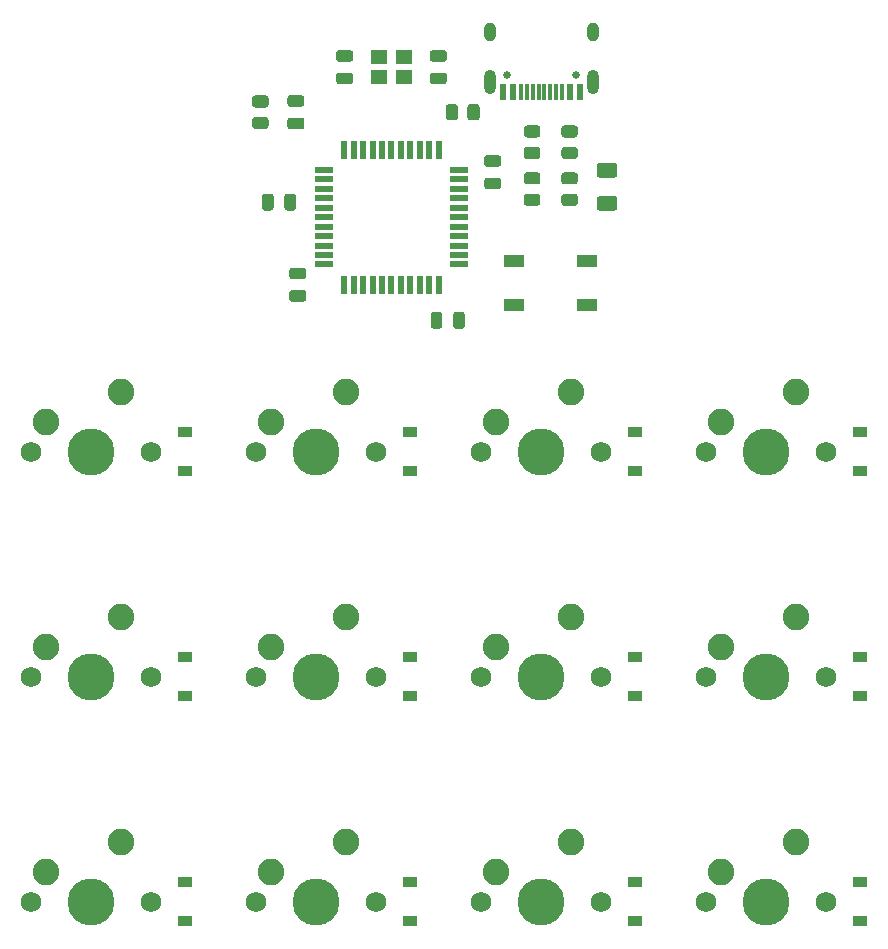
<source format=gbs>
%TF.GenerationSoftware,KiCad,Pcbnew,(5.1.10)-1*%
%TF.CreationDate,2021-11-01T22:25:46+02:00*%
%TF.ProjectId,V1,56312e6b-6963-4616-945f-706362585858,rev?*%
%TF.SameCoordinates,Original*%
%TF.FileFunction,Soldermask,Bot*%
%TF.FilePolarity,Negative*%
%FSLAX46Y46*%
G04 Gerber Fmt 4.6, Leading zero omitted, Abs format (unit mm)*
G04 Created by KiCad (PCBNEW (5.1.10)-1) date 2021-11-01 22:25:46*
%MOMM*%
%LPD*%
G01*
G04 APERTURE LIST*
%ADD10R,1.400000X1.200000*%
%ADD11R,0.600000X1.450000*%
%ADD12R,0.300000X1.450000*%
%ADD13C,0.650000*%
%ADD14O,1.000000X2.100000*%
%ADD15O,1.000000X1.600000*%
%ADD16R,0.550000X1.500000*%
%ADD17R,1.500000X0.550000*%
%ADD18R,1.800000X1.100000*%
%ADD19C,2.250000*%
%ADD20C,3.987800*%
%ADD21C,1.750000*%
%ADD22R,1.200000X0.900000*%
G04 APERTURE END LIST*
D10*
%TO.C,Y1*%
X91587500Y-62650000D03*
X89387500Y-62650000D03*
X89387500Y-64350000D03*
X91587500Y-64350000D03*
%TD*%
D11*
%TO.C,USB1*%
X106412500Y-65638750D03*
X99962500Y-65638750D03*
X105637500Y-65638750D03*
X100737500Y-65638750D03*
D12*
X101437500Y-65638750D03*
X104937500Y-65638750D03*
X101937500Y-65638750D03*
X104437500Y-65638750D03*
X102437500Y-65638750D03*
X103937500Y-65638750D03*
X103437500Y-65638750D03*
X102937500Y-65638750D03*
D13*
X106077500Y-64193750D03*
X100297500Y-64193750D03*
D14*
X98867500Y-64723750D03*
X107507500Y-64723750D03*
D15*
X98867500Y-60543750D03*
X107507500Y-60543750D03*
%TD*%
D16*
%TO.C,U1*%
X86487500Y-81900000D03*
X87287500Y-81900000D03*
X88087500Y-81900000D03*
X88887500Y-81900000D03*
X89687500Y-81900000D03*
X90487500Y-81900000D03*
X91287500Y-81900000D03*
X92087500Y-81900000D03*
X92887500Y-81900000D03*
X93687500Y-81900000D03*
X94487500Y-81900000D03*
D17*
X96187500Y-80200000D03*
X96187500Y-79400000D03*
X96187500Y-78600000D03*
X96187500Y-77800000D03*
X96187500Y-77000000D03*
X96187500Y-76200000D03*
X96187500Y-75400000D03*
X96187500Y-74600000D03*
X96187500Y-73800000D03*
X96187500Y-73000000D03*
X96187500Y-72200000D03*
D16*
X94487500Y-70500000D03*
X93687500Y-70500000D03*
X92887500Y-70500000D03*
X92087500Y-70500000D03*
X91287500Y-70500000D03*
X90487500Y-70500000D03*
X89687500Y-70500000D03*
X88887500Y-70500000D03*
X88087500Y-70500000D03*
X87287500Y-70500000D03*
X86487500Y-70500000D03*
D17*
X84787500Y-72200000D03*
X84787500Y-73000000D03*
X84787500Y-73800000D03*
X84787500Y-74600000D03*
X84787500Y-75400000D03*
X84787500Y-76200000D03*
X84787500Y-77000000D03*
X84787500Y-77800000D03*
X84787500Y-78600000D03*
X84787500Y-79400000D03*
X84787500Y-80200000D03*
%TD*%
D18*
%TO.C,SW1*%
X100881250Y-79906250D03*
X107081250Y-83606250D03*
X100881250Y-83606250D03*
X107081250Y-79906250D03*
%TD*%
%TO.C,R6*%
G36*
G01*
X96120000Y-66859999D02*
X96120000Y-67760001D01*
G75*
G02*
X95870001Y-68010000I-249999J0D01*
G01*
X95344999Y-68010000D01*
G75*
G02*
X95095000Y-67760001I0J249999D01*
G01*
X95095000Y-66859999D01*
G75*
G02*
X95344999Y-66610000I249999J0D01*
G01*
X95870001Y-66610000D01*
G75*
G02*
X96120000Y-66859999I0J-249999D01*
G01*
G37*
G36*
G01*
X97945000Y-66859999D02*
X97945000Y-67760001D01*
G75*
G02*
X97695001Y-68010000I-249999J0D01*
G01*
X97169999Y-68010000D01*
G75*
G02*
X96920000Y-67760001I0J249999D01*
G01*
X96920000Y-66859999D01*
G75*
G02*
X97169999Y-66610000I249999J0D01*
G01*
X97695001Y-66610000D01*
G75*
G02*
X97945000Y-66859999I0J-249999D01*
G01*
G37*
%TD*%
%TO.C,R5*%
G36*
G01*
X106018751Y-73418750D02*
X105118749Y-73418750D01*
G75*
G02*
X104868750Y-73168751I0J249999D01*
G01*
X104868750Y-72643749D01*
G75*
G02*
X105118749Y-72393750I249999J0D01*
G01*
X106018751Y-72393750D01*
G75*
G02*
X106268750Y-72643749I0J-249999D01*
G01*
X106268750Y-73168751D01*
G75*
G02*
X106018751Y-73418750I-249999J0D01*
G01*
G37*
G36*
G01*
X106018751Y-75243750D02*
X105118749Y-75243750D01*
G75*
G02*
X104868750Y-74993751I0J249999D01*
G01*
X104868750Y-74468749D01*
G75*
G02*
X105118749Y-74218750I249999J0D01*
G01*
X106018751Y-74218750D01*
G75*
G02*
X106268750Y-74468749I0J-249999D01*
G01*
X106268750Y-74993751D01*
G75*
G02*
X106018751Y-75243750I-249999J0D01*
G01*
G37*
%TD*%
%TO.C,R4*%
G36*
G01*
X102843751Y-73418750D02*
X101943749Y-73418750D01*
G75*
G02*
X101693750Y-73168751I0J249999D01*
G01*
X101693750Y-72643749D01*
G75*
G02*
X101943749Y-72393750I249999J0D01*
G01*
X102843751Y-72393750D01*
G75*
G02*
X103093750Y-72643749I0J-249999D01*
G01*
X103093750Y-73168751D01*
G75*
G02*
X102843751Y-73418750I-249999J0D01*
G01*
G37*
G36*
G01*
X102843751Y-75243750D02*
X101943749Y-75243750D01*
G75*
G02*
X101693750Y-74993751I0J249999D01*
G01*
X101693750Y-74468749D01*
G75*
G02*
X101943749Y-74218750I249999J0D01*
G01*
X102843751Y-74218750D01*
G75*
G02*
X103093750Y-74468749I0J-249999D01*
G01*
X103093750Y-74993751D01*
G75*
G02*
X102843751Y-75243750I-249999J0D01*
G01*
G37*
%TD*%
%TO.C,R3*%
G36*
G01*
X102843751Y-69450000D02*
X101943749Y-69450000D01*
G75*
G02*
X101693750Y-69200001I0J249999D01*
G01*
X101693750Y-68674999D01*
G75*
G02*
X101943749Y-68425000I249999J0D01*
G01*
X102843751Y-68425000D01*
G75*
G02*
X103093750Y-68674999I0J-249999D01*
G01*
X103093750Y-69200001D01*
G75*
G02*
X102843751Y-69450000I-249999J0D01*
G01*
G37*
G36*
G01*
X102843751Y-71275000D02*
X101943749Y-71275000D01*
G75*
G02*
X101693750Y-71025001I0J249999D01*
G01*
X101693750Y-70499999D01*
G75*
G02*
X101943749Y-70250000I249999J0D01*
G01*
X102843751Y-70250000D01*
G75*
G02*
X103093750Y-70499999I0J-249999D01*
G01*
X103093750Y-71025001D01*
G75*
G02*
X102843751Y-71275000I-249999J0D01*
G01*
G37*
%TD*%
%TO.C,R2*%
G36*
G01*
X106018751Y-69450000D02*
X105118749Y-69450000D01*
G75*
G02*
X104868750Y-69200001I0J249999D01*
G01*
X104868750Y-68674999D01*
G75*
G02*
X105118749Y-68425000I249999J0D01*
G01*
X106018751Y-68425000D01*
G75*
G02*
X106268750Y-68674999I0J-249999D01*
G01*
X106268750Y-69200001D01*
G75*
G02*
X106018751Y-69450000I-249999J0D01*
G01*
G37*
G36*
G01*
X106018751Y-71275000D02*
X105118749Y-71275000D01*
G75*
G02*
X104868750Y-71025001I0J249999D01*
G01*
X104868750Y-70499999D01*
G75*
G02*
X105118749Y-70250000I249999J0D01*
G01*
X106018751Y-70250000D01*
G75*
G02*
X106268750Y-70499999I0J-249999D01*
G01*
X106268750Y-71025001D01*
G75*
G02*
X106018751Y-71275000I-249999J0D01*
G01*
G37*
%TD*%
%TO.C,R1*%
G36*
G01*
X79825001Y-66910000D02*
X78924999Y-66910000D01*
G75*
G02*
X78675000Y-66660001I0J249999D01*
G01*
X78675000Y-66134999D01*
G75*
G02*
X78924999Y-65885000I249999J0D01*
G01*
X79825001Y-65885000D01*
G75*
G02*
X80075000Y-66134999I0J-249999D01*
G01*
X80075000Y-66660001D01*
G75*
G02*
X79825001Y-66910000I-249999J0D01*
G01*
G37*
G36*
G01*
X79825001Y-68735000D02*
X78924999Y-68735000D01*
G75*
G02*
X78675000Y-68485001I0J249999D01*
G01*
X78675000Y-67959999D01*
G75*
G02*
X78924999Y-67710000I249999J0D01*
G01*
X79825001Y-67710000D01*
G75*
G02*
X80075000Y-67959999I0J-249999D01*
G01*
X80075000Y-68485001D01*
G75*
G02*
X79825001Y-68735000I-249999J0D01*
G01*
G37*
%TD*%
D19*
%TO.C,MX12*%
X124777500Y-129063750D03*
D20*
X122237500Y-134143750D03*
D19*
X118427500Y-131603750D03*
D21*
X117157500Y-134143750D03*
X127317500Y-134143750D03*
%TD*%
D19*
%TO.C,MX11*%
X105727500Y-129063750D03*
D20*
X103187500Y-134143750D03*
D19*
X99377500Y-131603750D03*
D21*
X98107500Y-134143750D03*
X108267500Y-134143750D03*
%TD*%
D19*
%TO.C,MX10*%
X86677500Y-129063750D03*
D20*
X84137500Y-134143750D03*
D19*
X80327500Y-131603750D03*
D21*
X79057500Y-134143750D03*
X89217500Y-134143750D03*
%TD*%
D19*
%TO.C,MX9*%
X67627500Y-129063750D03*
D20*
X65087500Y-134143750D03*
D19*
X61277500Y-131603750D03*
D21*
X60007500Y-134143750D03*
X70167500Y-134143750D03*
%TD*%
D19*
%TO.C,MX8*%
X124777500Y-110013750D03*
D20*
X122237500Y-115093750D03*
D19*
X118427500Y-112553750D03*
D21*
X117157500Y-115093750D03*
X127317500Y-115093750D03*
%TD*%
D19*
%TO.C,MX7*%
X105727500Y-110013750D03*
D20*
X103187500Y-115093750D03*
D19*
X99377500Y-112553750D03*
D21*
X98107500Y-115093750D03*
X108267500Y-115093750D03*
%TD*%
D19*
%TO.C,MX6*%
X86677500Y-110013750D03*
D20*
X84137500Y-115093750D03*
D19*
X80327500Y-112553750D03*
D21*
X79057500Y-115093750D03*
X89217500Y-115093750D03*
%TD*%
D19*
%TO.C,MX5*%
X67627500Y-110013750D03*
D20*
X65087500Y-115093750D03*
D19*
X61277500Y-112553750D03*
D21*
X60007500Y-115093750D03*
X70167500Y-115093750D03*
%TD*%
D19*
%TO.C,MX4*%
X124777500Y-90963750D03*
D20*
X122237500Y-96043750D03*
D19*
X118427500Y-93503750D03*
D21*
X117157500Y-96043750D03*
X127317500Y-96043750D03*
%TD*%
D19*
%TO.C,MX3*%
X105727500Y-90963750D03*
D20*
X103187500Y-96043750D03*
D19*
X99377500Y-93503750D03*
D21*
X98107500Y-96043750D03*
X108267500Y-96043750D03*
%TD*%
D19*
%TO.C,MX2*%
X86677500Y-90963750D03*
D20*
X84137500Y-96043750D03*
D19*
X80327500Y-93503750D03*
D21*
X79057500Y-96043750D03*
X89217500Y-96043750D03*
%TD*%
D19*
%TO.C,MX1*%
X67627500Y-90963750D03*
D20*
X65087500Y-96043750D03*
D19*
X61277500Y-93503750D03*
D21*
X60007500Y-96043750D03*
X70167500Y-96043750D03*
%TD*%
%TO.C,F1*%
G36*
G01*
X109368750Y-72856250D02*
X108118750Y-72856250D01*
G75*
G02*
X107868750Y-72606250I0J250000D01*
G01*
X107868750Y-71856250D01*
G75*
G02*
X108118750Y-71606250I250000J0D01*
G01*
X109368750Y-71606250D01*
G75*
G02*
X109618750Y-71856250I0J-250000D01*
G01*
X109618750Y-72606250D01*
G75*
G02*
X109368750Y-72856250I-250000J0D01*
G01*
G37*
G36*
G01*
X109368750Y-75656250D02*
X108118750Y-75656250D01*
G75*
G02*
X107868750Y-75406250I0J250000D01*
G01*
X107868750Y-74656250D01*
G75*
G02*
X108118750Y-74406250I250000J0D01*
G01*
X109368750Y-74406250D01*
G75*
G02*
X109618750Y-74656250I0J-250000D01*
G01*
X109618750Y-75406250D01*
G75*
G02*
X109368750Y-75656250I-250000J0D01*
G01*
G37*
%TD*%
D22*
%TO.C,D12*%
X130175000Y-132493750D03*
X130175000Y-135793750D03*
%TD*%
%TO.C,D11*%
X111125000Y-132493750D03*
X111125000Y-135793750D03*
%TD*%
%TO.C,D10*%
X92075000Y-132493750D03*
X92075000Y-135793750D03*
%TD*%
%TO.C,D9*%
X73025000Y-132493750D03*
X73025000Y-135793750D03*
%TD*%
%TO.C,D8*%
X130175000Y-113443750D03*
X130175000Y-116743750D03*
%TD*%
%TO.C,D7*%
X111125000Y-113443750D03*
X111125000Y-116743750D03*
%TD*%
%TO.C,D6*%
X92075000Y-113443750D03*
X92075000Y-116743750D03*
%TD*%
%TO.C,D5*%
X73025000Y-113443750D03*
X73025000Y-116743750D03*
%TD*%
%TO.C,D4*%
X130175000Y-94393750D03*
X130175000Y-97693750D03*
%TD*%
%TO.C,D3*%
X111125000Y-94393750D03*
X111125000Y-97693750D03*
%TD*%
%TO.C,D2*%
X92075000Y-94393750D03*
X92075000Y-97693750D03*
%TD*%
%TO.C,D1*%
X73025000Y-94393750D03*
X73025000Y-97693750D03*
%TD*%
%TO.C,C7*%
G36*
G01*
X82075000Y-82362500D02*
X83025000Y-82362500D01*
G75*
G02*
X83275000Y-82612500I0J-250000D01*
G01*
X83275000Y-83112500D01*
G75*
G02*
X83025000Y-83362500I-250000J0D01*
G01*
X82075000Y-83362500D01*
G75*
G02*
X81825000Y-83112500I0J250000D01*
G01*
X81825000Y-82612500D01*
G75*
G02*
X82075000Y-82362500I250000J0D01*
G01*
G37*
G36*
G01*
X82075000Y-80462500D02*
X83025000Y-80462500D01*
G75*
G02*
X83275000Y-80712500I0J-250000D01*
G01*
X83275000Y-81212500D01*
G75*
G02*
X83025000Y-81462500I-250000J0D01*
G01*
X82075000Y-81462500D01*
G75*
G02*
X81825000Y-81212500I0J250000D01*
G01*
X81825000Y-80712500D01*
G75*
G02*
X82075000Y-80462500I250000J0D01*
G01*
G37*
%TD*%
%TO.C,C6*%
G36*
G01*
X94800000Y-84456250D02*
X94800000Y-85406250D01*
G75*
G02*
X94550000Y-85656250I-250000J0D01*
G01*
X94050000Y-85656250D01*
G75*
G02*
X93800000Y-85406250I0J250000D01*
G01*
X93800000Y-84456250D01*
G75*
G02*
X94050000Y-84206250I250000J0D01*
G01*
X94550000Y-84206250D01*
G75*
G02*
X94800000Y-84456250I0J-250000D01*
G01*
G37*
G36*
G01*
X96700000Y-84456250D02*
X96700000Y-85406250D01*
G75*
G02*
X96450000Y-85656250I-250000J0D01*
G01*
X95950000Y-85656250D01*
G75*
G02*
X95700000Y-85406250I0J250000D01*
G01*
X95700000Y-84456250D01*
G75*
G02*
X95950000Y-84206250I250000J0D01*
G01*
X96450000Y-84206250D01*
G75*
G02*
X96700000Y-84456250I0J-250000D01*
G01*
G37*
%TD*%
%TO.C,C5*%
G36*
G01*
X99535000Y-73840000D02*
X98585000Y-73840000D01*
G75*
G02*
X98335000Y-73590000I0J250000D01*
G01*
X98335000Y-73090000D01*
G75*
G02*
X98585000Y-72840000I250000J0D01*
G01*
X99535000Y-72840000D01*
G75*
G02*
X99785000Y-73090000I0J-250000D01*
G01*
X99785000Y-73590000D01*
G75*
G02*
X99535000Y-73840000I-250000J0D01*
G01*
G37*
G36*
G01*
X99535000Y-71940000D02*
X98585000Y-71940000D01*
G75*
G02*
X98335000Y-71690000I0J250000D01*
G01*
X98335000Y-71190000D01*
G75*
G02*
X98585000Y-70940000I250000J0D01*
G01*
X99535000Y-70940000D01*
G75*
G02*
X99785000Y-71190000I0J-250000D01*
G01*
X99785000Y-71690000D01*
G75*
G02*
X99535000Y-71940000I-250000J0D01*
G01*
G37*
%TD*%
%TO.C,C4*%
G36*
G01*
X82866250Y-66860000D02*
X81916250Y-66860000D01*
G75*
G02*
X81666250Y-66610000I0J250000D01*
G01*
X81666250Y-66110000D01*
G75*
G02*
X81916250Y-65860000I250000J0D01*
G01*
X82866250Y-65860000D01*
G75*
G02*
X83116250Y-66110000I0J-250000D01*
G01*
X83116250Y-66610000D01*
G75*
G02*
X82866250Y-66860000I-250000J0D01*
G01*
G37*
G36*
G01*
X82866250Y-68760000D02*
X81916250Y-68760000D01*
G75*
G02*
X81666250Y-68510000I0J250000D01*
G01*
X81666250Y-68010000D01*
G75*
G02*
X81916250Y-67760000I250000J0D01*
G01*
X82866250Y-67760000D01*
G75*
G02*
X83116250Y-68010000I0J-250000D01*
G01*
X83116250Y-68510000D01*
G75*
G02*
X82866250Y-68760000I-250000J0D01*
G01*
G37*
%TD*%
%TO.C,C3*%
G36*
G01*
X80512500Y-74455000D02*
X80512500Y-75405000D01*
G75*
G02*
X80262500Y-75655000I-250000J0D01*
G01*
X79762500Y-75655000D01*
G75*
G02*
X79512500Y-75405000I0J250000D01*
G01*
X79512500Y-74455000D01*
G75*
G02*
X79762500Y-74205000I250000J0D01*
G01*
X80262500Y-74205000D01*
G75*
G02*
X80512500Y-74455000I0J-250000D01*
G01*
G37*
G36*
G01*
X82412500Y-74455000D02*
X82412500Y-75405000D01*
G75*
G02*
X82162500Y-75655000I-250000J0D01*
G01*
X81662500Y-75655000D01*
G75*
G02*
X81412500Y-75405000I0J250000D01*
G01*
X81412500Y-74455000D01*
G75*
G02*
X81662500Y-74205000I250000J0D01*
G01*
X82162500Y-74205000D01*
G75*
G02*
X82412500Y-74455000I0J-250000D01*
G01*
G37*
%TD*%
%TO.C,C2*%
G36*
G01*
X86043750Y-63950000D02*
X86993750Y-63950000D01*
G75*
G02*
X87243750Y-64200000I0J-250000D01*
G01*
X87243750Y-64700000D01*
G75*
G02*
X86993750Y-64950000I-250000J0D01*
G01*
X86043750Y-64950000D01*
G75*
G02*
X85793750Y-64700000I0J250000D01*
G01*
X85793750Y-64200000D01*
G75*
G02*
X86043750Y-63950000I250000J0D01*
G01*
G37*
G36*
G01*
X86043750Y-62050000D02*
X86993750Y-62050000D01*
G75*
G02*
X87243750Y-62300000I0J-250000D01*
G01*
X87243750Y-62800000D01*
G75*
G02*
X86993750Y-63050000I-250000J0D01*
G01*
X86043750Y-63050000D01*
G75*
G02*
X85793750Y-62800000I0J250000D01*
G01*
X85793750Y-62300000D01*
G75*
G02*
X86043750Y-62050000I250000J0D01*
G01*
G37*
%TD*%
%TO.C,C1*%
G36*
G01*
X94931250Y-63050000D02*
X93981250Y-63050000D01*
G75*
G02*
X93731250Y-62800000I0J250000D01*
G01*
X93731250Y-62300000D01*
G75*
G02*
X93981250Y-62050000I250000J0D01*
G01*
X94931250Y-62050000D01*
G75*
G02*
X95181250Y-62300000I0J-250000D01*
G01*
X95181250Y-62800000D01*
G75*
G02*
X94931250Y-63050000I-250000J0D01*
G01*
G37*
G36*
G01*
X94931250Y-64950000D02*
X93981250Y-64950000D01*
G75*
G02*
X93731250Y-64700000I0J250000D01*
G01*
X93731250Y-64200000D01*
G75*
G02*
X93981250Y-63950000I250000J0D01*
G01*
X94931250Y-63950000D01*
G75*
G02*
X95181250Y-64200000I0J-250000D01*
G01*
X95181250Y-64700000D01*
G75*
G02*
X94931250Y-64950000I-250000J0D01*
G01*
G37*
%TD*%
M02*

</source>
